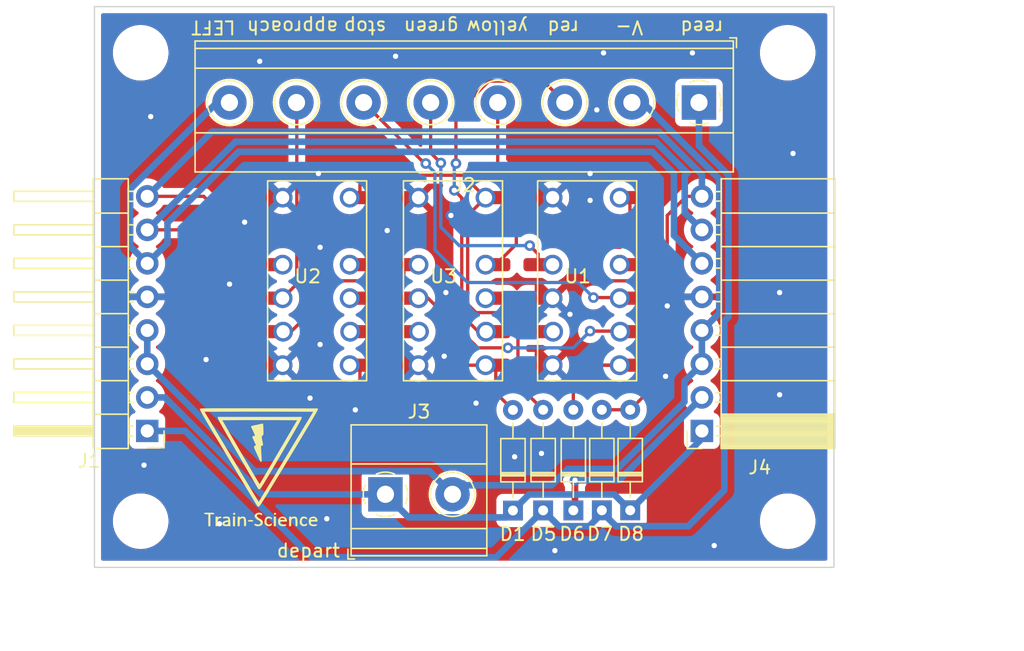
<source format=kicad_pcb>
(kicad_pcb (version 20211014) (generator pcbnew)
  (layers (0 "F.Cu" signal) (31 "B.Cu" signal) (34 "B.Paste" user) (35 "F.Paste" user) (36 "B.SilkS" user "B.Silkscreen") (37 "F.SilkS" user "F.Silkscreen") (38 "B.Mask" user) (39 "F.Mask" user) (44 "Edge.Cuts" user))
  (net 0 "")
  (net 1 "/downLine2")
  (net 2 "/downLine1")
  (net 3 "/upLine2")
  (net 4 "/V-")
  (net 5 "/V+")
  (net 6 "/leftTrack")
  (net 7 "/PWM_SLOW")
  (net 8 "/PWM_FAST")
  (net 9 "/approach")
  (net 10 "/stop")
  (net 11 "/greenSignal")
  (net 12 "/yellowSignal")
  (net 13 "/redSignal")
  (net 14 "/OFF")
  (net 18 "Net-(D1-Pad2)")
  (net 19 "Net-(D5-Pad2)")
  (net 20 "Net-(D6-Pad2)")
  (net 21 "Net-(D7-Pad2)")
  (net 22 "Net-(U1-Pad5)")
  (net 23 "Net-(U1-Pad8)")
  (footprint "TerminalBlock_Phoenix:TerminalBlock_Phoenix_MKDS-1,5-8-5.08_1x08_P5.08mm_Horizontal" (layer "F.Cu") (at 161.28 83.769 180)
    (fp_text reference "J2" (at 17.78 -6.26) (layer "F.SilkS"))
    (fp_text value "Screw_Terminal_01x08")
    (pad "1" thru_hole rect (at 0 0 180) (size 2.6 2.6) (drill 1.3) (layers *.Cu *.Mask) (net 2 "/downLine1"))
    (pad "2" thru_hole circle (at 5.08 0 180) (size 2.6 2.6) (drill 1.3) (layers *.Cu *.Mask) (net 4 "/V-"))
    (pad "3" thru_hole circle (at 10.16 0 180) (size 2.6 2.6) (drill 1.3) (layers *.Cu *.Mask) (net 13 "/redSignal"))
    (pad "4" thru_hole circle (at 15.24 0 180) (size 2.6 2.6) (drill 1.3) (layers *.Cu *.Mask) (net 12 "/yellowSignal"))
    (pad "5" thru_hole circle (at 20.32 0 180) (size 2.6 2.6) (drill 1.3) (layers *.Cu *.Mask) (net 11 "/greenSignal"))
    (pad "6" thru_hole circle (at 25.4 0 180) (size 2.6 2.6) (drill 1.3) (layers *.Cu *.Mask) (net 10 "/stop"))
    (pad "7" thru_hole circle (at 30.48 0 180) (size 2.6 2.6) (drill 1.3) (layers *.Cu *.Mask) (net 9 "/approach"))
    (pad "8" thru_hole circle (at 35.56 0 180) (size 2.6 2.6) (drill 1.3) (layers *.Cu *.Mask) (net 6 "/leftTrack"))
  )
  (footprint "custom_kicad_lib_sk:Train-Science logo small" (layer "F.Cu") (at 128.016 111.506)
    (fp_text reference "G***" hide)
    (fp_text value "LOGO" hide)
  )
  (footprint "Diode_THT:D_DO-34_SOD68_P7.62mm_Horizontal" (layer "F.Cu") (at 147.193 114.69 90)
    (fp_text reference "D1" (at -1.787 -0.024 180) (layer "F.SilkS"))
    (fp_text value "D")
    (pad "1" thru_hole rect (at 0 0 90) (size 1.5 1.5) (drill 0.75) (layers *.Cu *.Mask) (net 1 "/downLine2"))
    (pad "2" thru_hole oval (at 7.62 0 90) (size 1.5 1.5) (drill 0.75) (layers *.Cu *.Mask) (net 18 "Net-(D1-Pad2)"))
  )
  (footprint "custom_kicad_lib_sk:HDF3" (layer "F.Cu") (at 156.7122 96.057)
    (fp_text reference "U1" (at -4.62 0.89 unlocked) (layer "F.SilkS"))
    (fp_text value "HDF3")
    (pad "1" smd roundrect (at -7.62 -5.08 270) (size 1 2.21) (layers "F.Cu" "F.Paste" "F.Mask") (net 5 "/V+"))
    (pad "1" thru_hole circle (at -6.515 -5.08) (size 1.5 1.5) (drill 1) (layers *.Cu *.Mask) (net 5 "/V+"))
    (pad "3" thru_hole circle (at -6.515 0) (size 1.5 1.5) (drill 1) (layers *.Cu *.Mask) (net 11 "/greenSignal"))
    (pad "3" smd roundrect (at -7.62 0 270) (size 1 2.21) (layers "F.Cu" "F.Paste" "F.Mask") (net 11 "/greenSignal"))
    (pad "4" smd roundrect (at -7.62 2.54 270) (size 1 2.21) (layers "F.Cu" "F.Paste" "F.Mask") (net 5 "/V+"))
    (pad "4" thru_hole circle (at -6.515 2.54) (size 1.5 1.5) (drill 1) (layers *.Cu *.Mask) (net 5 "/V+"))
    (pad "5" smd roundrect (at -7.71 5.08 270) (size 1 2.21) (layers "F.Cu" "F.Paste" "F.Mask") (net 22 "Net-(U1-Pad5)"))
    (pad "5" thru_hole circle (at -6.477 5.08) (size 1.5 1.5) (drill 1) (layers *.Cu *.Mask) (net 22 "Net-(U1-Pad5)"))
    (pad "6" thru_hole circle (at -6.515 7.62) (size 1.5 1.5) (drill 1) (layers *.Cu *.Mask) (net 5 "/V+"))
    (pad "6" smd roundrect (at -7.62 7.62 270) (size 1 2.21) (layers "F.Cu" "F.Paste" "F.Mask") (net 5 "/V+"))
    (pad "7" thru_hole circle (at -1.435 7.62) (size 1.5 1.5) (drill 1) (layers *.Cu *.Mask) (net 20 "Net-(D6-Pad2)"))
    (pad "7" smd roundrect (at -0.6604 7.62 270) (size 1 2.21) (layers "F.Cu" "F.Paste" "F.Mask") (net 20 "Net-(D6-Pad2)"))
    (pad "8" smd roundrect (at -0.6604 5.08 270) (size 1 2.21) (layers "F.Cu" "F.Paste" "F.Mask") (net 23 "Net-(U1-Pad8)"))
    (pad "8" thru_hole circle (at -1.397 5.08) (size 1.5 1.5) (drill 1) (layers *.Cu *.Mask) (net 23 "Net-(U1-Pad8)"))
    (pad "9" thru_hole circle (at -1.435 2.54) (size 1.5 1.5) (drill 1) (layers *.Cu *.Mask) (net 10 "/stop"))
    (pad "9" smd roundrect (at -0.6604 2.54 270) (size 1 2.21) (layers "F.Cu" "F.Paste" "F.Mask") (net 10 "/stop"))
    (pad "10" thru_hole circle (at -1.435 0) (size 1.5 1.5) (drill 1) (layers *.Cu *.Mask) (net 8 "/PWM_FAST"))
    (pad "10" smd roundrect (at -0.6604 0 270) (size 1 2.21) (layers "F.Cu" "F.Paste" "F.Mask") (net 8 "/PWM_FAST"))
    (pad "12" smd roundrect (at -0.6604 -5.08 270) (size 1 2.21) (layers "F.Cu" "F.Paste" "F.Mask") (net 21 "Net-(D7-Pad2)"))
    (pad "12" thru_hole circle (at -1.435 -5.08) (size 1.5 1.5) (drill 1) (layers *.Cu *.Mask) (net 21 "Net-(D7-Pad2)"))
  )
  (footprint "Connector_PinHeader_2.54mm:PinHeader_1x08_P2.54mm_Horizontal" (layer "F.Cu") (at 119.5 108.66 180)
    (fp_text reference "J1" (at 4.385 -2.27) (layer "F.SilkS"))
    (fp_text value "Conn_01x08_Male")
    (pad "1" thru_hole rect (at 0 0 180) (size 1.7 1.7) (drill 1) (layers *.Cu *.Mask) (net 2 "/downLine1"))
    (pad "2" thru_hole oval (at 0 2.54 180) (size 1.7 1.7) (drill 1) (layers *.Cu *.Mask) (net 1 "/downLine2"))
    (pad "3" thru_hole oval (at 0 5.08 180) (size 1.7 1.7) (drill 1) (layers *.Cu *.Mask) (net 4 "/V-"))
    (pad "4" thru_hole oval (at 0 7.62 180) (size 1.7 1.7) (drill 1) (layers *.Cu *.Mask) (net 4 "/V-"))
    (pad "5" thru_hole oval (at 0 10.16 180) (size 1.7 1.7) (drill 1) (layers *.Cu *.Mask) (net 5 "/V+"))
    (pad "6" thru_hole oval (at 0 12.7 180) (size 1.7 1.7) (drill 1) (layers *.Cu *.Mask) (net 6 "/leftTrack"))
    (pad "7" thru_hole oval (at 0 15.24 180) (size 1.7 1.7) (drill 1) (layers *.Cu *.Mask) (net 7 "/PWM_SLOW"))
    (pad "8" thru_hole oval (at 0 17.78 180) (size 1.7 1.7) (drill 1) (layers *.Cu *.Mask) (net 8 "/PWM_FAST"))
  )
  (footprint "Diode_THT:D_DO-34_SOD68_P7.62mm_Horizontal" (layer "F.Cu") (at 149.479 114.681 90)
    (fp_text reference "D5" (at -1.787 0.024 180) (layer "F.SilkS"))
    (fp_text value "D")
    (pad "1" thru_hole rect (at 0 0 90) (size 1.5 1.5) (drill 0.75) (layers *.Cu *.Mask) (net 2 "/downLine1"))
    (pad "2" thru_hole oval (at 7.62 0 90) (size 1.5 1.5) (drill 0.75) (layers *.Cu *.Mask) (net 19 "Net-(D5-Pad2)"))
  )
  (footprint "Connector_PinSocket_2.54mm:PinSocket_1x08_P2.54mm_Horizontal" (layer "F.Cu") (at 161.5 108.66 180)
    (fp_text reference "J4" (at -4.38 -2.77) (layer "F.SilkS"))
    (fp_text value "Conn_01x08_Female")
    (pad "1" thru_hole rect (at 0 0 180) (size 1.7 1.7) (drill 1) (layers *.Cu *.Mask) (net 1 "/downLine2"))
    (pad "2" thru_hole oval (at 0 2.54 180) (size 1.7 1.7) (drill 1) (layers *.Cu *.Mask) (net 3 "/upLine2"))
    (pad "3" thru_hole oval (at 0 5.08 180) (size 1.7 1.7) (drill 1) (layers *.Cu *.Mask) (net 4 "/V-"))
    (pad "4" thru_hole oval (at 0 7.62 180) (size 1.7 1.7) (drill 1) (layers *.Cu *.Mask) (net 4 "/V-"))
    (pad "5" thru_hole oval (at 0 10.16 180) (size 1.7 1.7) (drill 1) (layers *.Cu *.Mask) (net 5 "/V+"))
    (pad "6" thru_hole oval (at 0 12.7 180) (size 1.7 1.7) (drill 1) (layers *.Cu *.Mask) (net 6 "/leftTrack"))
    (pad "7" thru_hole oval (at 0 15.24 180) (size 1.7 1.7) (drill 1) (layers *.Cu *.Mask) (net 7 "/PWM_SLOW"))
    (pad "8" thru_hole oval (at 0 17.78 180) (size 1.7 1.7) (drill 1) (layers *.Cu *.Mask) (net 8 "/PWM_FAST"))
  )
  (footprint "Diode_THT:D_DO-34_SOD68_P7.62mm_Horizontal" (layer "F.Cu") (at 151.765 114.681 90)
    (fp_text reference "D6" (at -1.787 -0.08 180) (layer "F.SilkS"))
    (fp_text value "D")
    (pad "1" thru_hole rect (at 0 0 90) (size 1.5 1.5) (drill 0.75) (layers *.Cu *.Mask) (net 3 "/upLine2"))
    (pad "2" thru_hole oval (at 7.62 0 90) (size 1.5 1.5) (drill 0.75) (layers *.Cu *.Mask) (net 20 "Net-(D6-Pad2)"))
  )
  (footprint "Diode_THT:D_DO-34_SOD68_P7.62mm_Horizontal" (layer "F.Cu") (at 153.924 114.676 90)
    (fp_text reference "D7" (at -1.787 -0.144 180) (layer "F.SilkS"))
    (fp_text value "D")
    (pad "1" thru_hole rect (at 0 0 90) (size 1.5 1.5) (drill 0.75) (layers *.Cu *.Mask) (net 2 "/downLine1"))
    (pad "2" thru_hole oval (at 7.62 0 90) (size 1.5 1.5) (drill 0.75) (layers *.Cu *.Mask) (net 21 "Net-(D7-Pad2)"))
  )
  (footprint "MountingHole:MountingHole_3.2mm_M3" (layer "F.Cu") (at 119 80)
    (fp_text reference "REF**" hide)
    (fp_text value "MountingHole_3.2mm_M3")
    (pad "" np_thru_hole circle (at 0 0) (size 3.2 3.2) (drill 3.2) (layers *.Cu *.Mask))
  )
  (footprint "Diode_THT:D_DO-34_SOD68_P7.62mm_Horizontal" (layer "F.Cu") (at 156.072 114.676 90)
    (fp_text reference "D8" (at -1.787 0.072 180) (layer "F.SilkS"))
    (fp_text value "D")
    (pad "1" thru_hole rect (at 0 0 90) (size 1.5 1.5) (drill 0.75) (layers *.Cu *.Mask) (net 1 "/downLine2"))
    (pad "2" thru_hole oval (at 7.62 0 90) (size 1.5 1.5) (drill 0.75) (layers *.Cu *.Mask) (net 21 "Net-(D7-Pad2)"))
  )
  (footprint "TerminalBlock_Phoenix:TerminalBlock_Phoenix_MKDS-1,5-2-5.08_1x02_P5.08mm_Horizontal" (layer "F.Cu") (at 137.536 113.462)
    (fp_text reference "J3" (at 2.54 -6.26) (layer "F.SilkS"))
    (fp_text value "Screw_Terminal_01x02")
    (pad "1" thru_hole rect (at 0 0) (size 2.6 2.6) (drill 1.3) (layers *.Cu *.Mask) (net 1 "/downLine2"))
    (pad "2" thru_hole circle (at 5.08 0) (size 2.6 2.6) (drill 1.3) (layers *.Cu *.Mask) (net 4 "/V-"))
  )
  (footprint "MountingHole:MountingHole_3.2mm_M3" (layer "F.Cu") (at 119 115.5)
    (fp_text reference "REF**" hide)
    (fp_text value "MountingHole_3.2mm_M3")
    (pad "" np_thru_hole circle (at 0 0) (size 3.2 3.2) (drill 3.2) (layers *.Cu *.Mask))
  )
  (footprint "custom_kicad_lib_sk:HDF3" (layer "F.Cu") (at 146.5522 96.057)
    (fp_text reference "U3" (at -4.62 0.89 unlocked) (layer "F.SilkS"))
    (fp_text value "HDF3")
    (pad "1" smd roundrect (at -7.62 -5.08 270) (size 1 2.21) (layers "F.Cu" "F.Paste" "F.Mask") (net 5 "/V+"))
    (pad "1" thru_hole circle (at -6.515 -5.08) (size 1.5 1.5) (drill 1) (layers *.Cu *.Mask) (net 5 "/V+"))
    (pad "3" thru_hole circle (at -6.515 0) (size 1.5 1.5) (drill 1) (layers *.Cu *.Mask) (net 7 "/PWM_SLOW"))
    (pad "3" smd roundrect (at -7.62 0 270) (size 1 2.21) (layers "F.Cu" "F.Paste" "F.Mask") (net 7 "/PWM_SLOW"))
    (pad "4" thru_hole circle (at -6.515 2.54) (size 1.5 1.5) (drill 1) (layers *.Cu *.Mask) (net 23 "Net-(U1-Pad8)"))
    (pad "4" smd roundrect (at -7.62 2.54 270) (size 1 2.21) (layers "F.Cu" "F.Paste" "F.Mask") (net 23 "Net-(U1-Pad8)"))
    (pad "5" smd roundrect (at -7.71 5.08 270) (size 1 2.21) (layers "F.Cu" "F.Paste" "F.Mask") (net 14 "/OFF"))
    (pad "5" thru_hole circle (at -6.477 5.08) (size 1.5 1.5) (drill 1) (layers *.Cu *.Mask) (net 14 "/OFF"))
    (pad "6" smd roundrect (at -7.62 7.62 270) (size 1 2.21) (layers "F.Cu" "F.Paste" "F.Mask") (net 5 "/V+"))
    (pad "6" thru_hole circle (at -6.515 7.62) (size 1.5 1.5) (drill 1) (layers *.Cu *.Mask) (net 5 "/V+"))
    (pad "7" thru_hole circle (at -1.435 7.62) (size 1.5 1.5) (drill 1) (layers *.Cu *.Mask) (net 18 "Net-(D1-Pad2)"))
    (pad "7" smd roundrect (at -0.6604 7.62 270) (size 1 2.21) (layers "F.Cu" "F.Paste" "F.Mask") (net 18 "Net-(D1-Pad2)"))
    (pad "8" smd roundrect (at -0.6604 5.08 270) (size 1 2.21) (layers "F.Cu" "F.Paste" "F.Mask") (net 13 "/redSignal"))
    (pad "8" thru_hole circle (at -1.397 5.08) (size 1.5 1.5) (drill 1) (layers *.Cu *.Mask) (net 13 "/redSignal"))
    (pad "9" smd roundrect (at -0.6604 2.54 270) (size 1 2.21) (layers "F.Cu" "F.Paste" "F.Mask") (net 22 "Net-(U1-Pad5)"))
    (pad "9" thru_hole circle (at -1.435 2.54) (size 1.5 1.5) (drill 1) (layers *.Cu *.Mask) (net 22 "Net-(U1-Pad5)"))
    (pad "10" thru_hole circle (at -1.435 0) (size 1.5 1.5) (drill 1) (layers *.Cu *.Mask) (net 12 "/yellowSignal"))
    (pad "10" smd roundrect (at -0.6604 0 270) (size 1 2.21) (layers "F.Cu" "F.Paste" "F.Mask") (net 12 "/yellowSignal"))
    (pad "12" thru_hole circle (at -1.435 -5.08) (size 1.5 1.5) (drill 1) (layers *.Cu *.Mask) (net 19 "Net-(D5-Pad2)"))
    (pad "12" smd roundrect (at -0.6604 -5.08 270) (size 1 2.21) (layers "F.Cu" "F.Paste" "F.Mask") (net 19 "Net-(D5-Pad2)"))
  )
  (footprint "custom_kicad_lib_sk:HDF3" (layer "F.Cu") (at 136.2652 96.057)
    (fp_text reference "U2" (at -4.62 0.89 unlocked) (layer "F.SilkS"))
    (fp_text value "HDF3")
    (pad "1" thru_hole circle (at -6.515 -5.08) (size 1.5 1.5) (drill 1) (layers *.Cu *.Mask) (net 5 "/V+"))
    (pad "1" smd roundrect (at -7.62 -5.08 270) (size 1 2.21) (layers "F.Cu" "F.Paste" "F.Mask") (net 5 "/V+"))
    (pad "3" thru_hole circle (at -6.515 0) (size 1.5 1.5) (drill 1) (layers *.Cu *.Mask) (net 8 "/PWM_FAST"))
    (pad "3" smd roundrect (at -7.62 0 270) (size 1 2.21) (layers "F.Cu" "F.Paste" "F.Mask") (net 8 "/PWM_FAST"))
    (pad "4" thru_hole circle (at -6.515 2.54) (size 1.5 1.5) (drill 1) (layers *.Cu *.Mask) (net 9 "/approach"))
    (pad "4" smd roundrect (at -7.62 2.54 270) (size 1 2.21) (layers "F.Cu" "F.Paste" "F.Mask") (net 9 "/approach"))
    (pad "5" smd roundrect (at -7.71 5.08 270) (size 1 2.21) (layers "F.Cu" "F.Paste" "F.Mask") (net 7 "/PWM_SLOW"))
    (pad "5" thru_hole circle (at -6.477 5.08) (size 1.5 1.5) (drill 1) (layers *.Cu *.Mask) (net 7 "/PWM_SLOW"))
    (pad "6" smd roundrect (at -7.62 7.62 270) (size 1 2.21) (layers "F.Cu" "F.Paste" "F.Mask") (net 5 "/V+"))
    (pad "6" thru_hole circle (at -6.515 7.62) (size 1.5 1.5) (drill 1) (layers *.Cu *.Mask) (net 5 "/V+"))
    (pad "7" thru_hole circle (at -1.435 7.62) (size 1.5 1.5) (drill 1) (layers *.Cu *.Mask) (net 18 "Net-(D1-Pad2)"))
    (pad "7" smd roundrect (at -0.6604 7.62 270) (size 1 2.21) (layers "F.Cu" "F.Paste" "F.Mask") (net 18 "Net-(D1-Pad2)"))
    (pad "8" thru_hole circle (at -1.397 5.08) (size 1.5 1.5) (drill 1) (layers *.Cu *.Mask))
    (pad "8" smd roundrect (at -0.6604 5.08 270) (size 1 2.21) (layers "F.Cu" "F.Paste" "F.Mask"))
    (pad "9" thru_hole circle (at -1.435 2.54) (size 1.5 1.5) (drill 1) (layers *.Cu *.Mask))
    (pad "9" smd roundrect (at -0.6604 2.54 270) (size 1 2.21) (layers "F.Cu" "F.Paste" "F.Mask"))
    (pad "10" smd roundrect (at -0.6604 0 270) (size 1 2.21) (layers "F.Cu" "F.Paste" "F.Mask"))
    (pad "10" thru_hole circle (at -1.435 0) (size 1.5 1.5) (drill 1) (layers *.Cu *.Mask))
    (pad "12" thru_hole circle (at -1.435 -5.08) (size 1.5 1.5) (drill 1) (layers *.Cu *.Mask) (net 19 "Net-(D5-Pad2)"))
    (pad "12" smd roundrect (at -0.6604 -5.08 270) (size 1 2.21) (layers "F.Cu" "F.Paste" "F.Mask") (net 19 "Net-(D5-Pad2)"))
  )
  (footprint "MountingHole:MountingHole_3.2mm_M3" (layer "F.Cu") (at 168 115.5)
    (fp_text reference "REF**" hide)
    (fp_text value "MountingHole_3.2mm_M3")
    (pad "" np_thru_hole circle (at 0 0) (size 3.2 3.2) (drill 3.2) (layers *.Cu *.Mask))
  )
  (footprint "MountingHole:MountingHole_3.2mm_M3" (layer "F.Cu") (at 168 80)
    (fp_text reference "REF**" hide)
    (fp_text value "MountingHole_3.2mm_M3")
    (pad "" np_thru_hole circle (at 0 0) (size 3.2 3.2) (drill 3.2) (layers *.Cu *.Mask))
  )
  (gr_rect (start 115.5 76.5) (end 171.5 119) (layer "Edge.Cuts") (width 0.1) (fill none))
  (gr_text "red" (at 151 78.074 180) (layer "F.SilkS") (effects (font (size 1 1))))
  (gr_text "yellow" (at 146 78.074 180) (layer "F.SilkS") (effects (font (size 1 1))))
  (gr_text "V-" (at 156 78.074 180) (layer "F.SilkS") (effects (font (size 1 1))))
  (gr_text "approach" (at 130.5 78.074 180) (layer "F.SilkS") (effects (font (size 1 1))))
  (gr_text "green" (at 141 78.074 180) (layer "F.SilkS") (effects (font (size 1 1))))
  (gr_text "depart" (at 131.699 117.729) (layer "F.SilkS") (effects (font (size 1 1))))
  (gr_text "stop" (at 136 78.074 180) (layer "F.SilkS") (effects (font (size 1 1))))
  (gr_text "LEFT" (at 124.5 78.074 180) (layer "F.SilkS") (effects (font (size 1 1))))
  (gr_text "reed" (at 161.5 78.074 180) (layer "F.SilkS") (effects (font (size 1 1))))
  (segment (start 146.671489 115.211511) (end 147.193 114.69) (width 0.5) (layer "B.Cu") (net 1))
  (segment (start 148.406511 113.476489) (end 154.872489 113.476489) (width 0.5) (layer "B.Cu") (net 1))
  (segment (start 137.536 113.462) (end 139.285511 115.211511) (width 0.5) (layer "B.Cu") (net 1))
  (segment (start 147.193 114.69) (end 148.406511 113.476489) (width 0.5) (layer "B.Cu") (net 1))
  (segment (start 119.5 106.12) (end 120.852 106.12) (width 0.5) (layer "B.Cu") (net 1))
  (segment (start 120.852 106.12) (end 120.852 106.14673) (width 0.5) (layer "B.Cu") (net 1))
  (segment (start 128.16727 113.462) (end 137.536 113.462) (width 0.5) (layer "B.Cu") (net 1))
  (segment (start 139.285511 115.211511) (end 146.671489 115.211511) (width 0.5) (layer "B.Cu") (net 1))
  (segment (start 161.5 109.248) (end 161.5 108.66) (width 0.5) (layer "B.Cu") (net 1))
  (segment (start 154.872489 113.476489) (end 156.072 114.676) (width 0.5) (layer "B.Cu") (net 1))
  (segment (start 120.852 106.14673) (end 128.16727 113.462) (width 0.5) (layer "B.Cu") (net 1))
  (segment (start 156.072 114.676) (end 161.5 109.248) (width 0.5) (layer "B.Cu") (net 1))
  (segment (start 131.953 118.237) (end 145.923 118.237) (width 0.5) (layer "B.Cu") (net 2))
  (segment (start 163.195 100.33427) (end 163.195 113.157) (width 0.5) (layer "B.Cu") (net 2))
  (segment (start 160.476489 115.875511) (end 154.996511 115.875511) (width 0.5) (layer "B.Cu") (net 2))
  (segment (start 122.376 108.66) (end 131.953 118.237) (width 0.5) (layer "B.Cu") (net 2))
  (segment (start 153.797 115.048022) (end 153.797 114.676) (width 0.5) (layer "B.Cu") (net 2))
  (segment (start 149.479 114.681) (end 150.678511 115.880511) (width 0.5) (layer "B.Cu") (net 2))
  (segment (start 152.964511 115.880511) (end 153.797 115.048022) (width 0.5) (layer "B.Cu") (net 2))
  (segment (start 150.678511 115.880511) (end 152.964511 115.880511) (width 0.5) (layer "B.Cu") (net 2))
  (segment (start 163.195 113.157) (end 160.476489 115.875511) (width 0.5) (layer "B.Cu") (net 2))
  (segment (start 119.5 108.66) (end 122.376 108.66) (width 0.5) (layer "B.Cu") (net 2))
  (segment (start 163.51352 89.27198) (end 163.51352 100.01575) (width 0.5) (layer "B.Cu") (net 2))
  (segment (start 161.28 87.03846) (end 163.51352 89.27198) (width 0.5) (layer "B.Cu") (net 2))
  (segment (start 145.923 118.237) (end 149.479 114.681) (width 0.5) (layer "B.Cu") (net 2))
  (segment (start 154.996511 115.875511) (end 153.797 114.676) (width 0.5) (layer "B.Cu") (net 2))
  (segment (start 161.28 83.769) (end 161.28 87.03846) (width 0.5) (layer "B.Cu") (net 2))
  (segment (start 163.51352 100.01575) (end 163.195 100.33427) (width 0.5) (layer "B.Cu") (net 2))
  (segment (start 151.892 112.395) (end 151.892 114.554) (width 0.5) (layer "F.Cu") (net 3))
  (segment (start 151.892 114.554) (end 151.765 114.681) (width 0.5) (layer "F.Cu") (net 3))
  (via (at 151.892 112.395) (size 0.8) (drill 0.4) (layers "F.Cu" "B.Cu") (net 3))
  (segment (start 161.5 106.12) (end 155.225 112.395) (width 0.5) (layer "B.Cu") (net 3))
  (segment (start 155.225 112.395) (end 151.892 112.395) (width 0.5) (layer "B.Cu") (net 3))
  (segment (start 156.2 83.769) (end 157.02127 83.769) (width 0.5) (layer "B.Cu") (net 4))
  (segment (start 127.68 111.76) (end 127.727511 111.712489) (width 0.5) (layer "B.Cu") (net 4))
  (segment (start 119.5 103.58) (end 127.68 111.76) (width 0.5) (layer "B.Cu") (net 4))
  (segment (start 161.5 103.58) (end 161.5 101.04) (width 0.5) (layer "B.Cu") (net 4))
  (segment (start 151.344511 111.545489) (end 155.085241 111.545489) (width 0.5) (layer "B.Cu") (net 4))
  (segment (start 160.175865 104.904135) (end 161.5 103.58) (width 0.5) (layer "B.Cu") (net 4))
  (segment (start 160.175865 106.454865) (end 160.175865 104.904135) (width 0.5) (layer "B.Cu") (net 4))
  (segment (start 140.866489 111.712489) (end 142.616 113.462) (width 0.5) (layer "B.Cu") (net 4))
  (segment (start 143.556969 112.776969) (end 150.113031 112.776969) (width 0.5) (layer "B.Cu") (net 4))
  (segment (start 155.085241 111.545489) (end 160.175865 106.454865) (width 0.5) (layer "B.Cu") (net 4))
  (segment (start 119.5 101.04) (end 119.5 103.58) (width 0.5) (layer "B.Cu") (net 4))
  (segment (start 142.616 113.462) (end 143.429 112.649) (width 0.5) (layer "B.Cu") (net 4))
  (segment (start 157.02127 83.769) (end 162.814 89.56173) (width 0.5) (layer "B.Cu") (net 4))
  (segment (start 127.727511 111.712489) (end 140.866489 111.712489) (width 0.5) (layer "B.Cu") (net 4))
  (segment (start 162.814 99.726) (end 161.5 101.04) (width 0.5) (layer "B.Cu") (net 4))
  (segment (start 143.429 112.649) (end 143.556969 112.776969) (width 0.5) (layer "B.Cu") (net 4))
  (segment (start 150.113031 112.776969) (end 151.344511 111.545489) (width 0.5) (layer "B.Cu") (net 4))
  (segment (start 162.814 89.56173) (end 162.814 99.726) (width 0.5) (layer "B.Cu") (net 4))
  (via (at 149.352 110.363) (size 0.8) (drill 0.4) (layers "F.Cu" "B.Cu") (net 5))
  (via (at 126.873 92.837) (size 0.8) (drill 0.4) (layers "F.Cu" "B.Cu") (net 5))
  (via (at 158.75 104.521) (size 0.8) (drill 0.4) (layers "F.Cu" "B.Cu") (net 5))
  (via (at 123.952 103.251) (size 0.8) (drill 0.4) (layers "F.Cu" "B.Cu") (net 5))
  (via (at 138.303 80.264) (size 0.8) (drill 0.4) (layers "F.Cu" "B.Cu") (net 5))
  (via (at 142.494 92.329) (size 0.8) (drill 0.4) (layers "F.Cu" "B.Cu") (net 5))
  (via (at 119.253 111.252) (size 0.8) (drill 0.4) (layers "F.Cu" "B.Cu") (net 5))
  (via (at 150.368 117.729) (size 0.8) (drill 0.4) (layers "F.Cu" "B.Cu") (net 5))
  (via (at 141.986 102.997) (size 0.8) (drill 0.4) (layers "F.Cu" "B.Cu") (net 5))
  (via (at 167.386 105.918) (size 0.8) (drill 0.4) (layers "F.Cu" "B.Cu") (net 5))
  (via (at 125.73 97.536) (size 0.8) (drill 0.4) (layers "F.Cu" "B.Cu") (net 5))
  (via (at 160.782 80.01) (size 0.8) (drill 0.4) (layers "F.Cu" "B.Cu") (net 5))
  (via (at 153.543 84.328) (size 0.8) (drill 0.4) (layers "F.Cu" "B.Cu") (net 5))
  (via (at 135.255 107.061) (size 0.8) (drill 0.4) (layers "F.Cu" "B.Cu") (net 5))
  (via (at 132.588 94.742) (size 0.8) (drill 0.4) (layers "F.Cu" "B.Cu") (net 5))
  (via (at 168.402 87.63) (size 0.8) (drill 0.4) (layers "F.Cu" "B.Cu") (net 5))
  (via (at 142.113 98.171) (size 0.8) (drill 0.4) (layers "F.Cu" "B.Cu") (net 5))
  (via (at 137.668 93.472) (size 0.8) (drill 0.4) (layers "F.Cu" "B.Cu") (net 5))
  (via (at 128.016 80.645) (size 0.8) (drill 0.4) (layers "F.Cu" "B.Cu") (net 5))
  (via (at 158.877 99.187) (size 0.8) (drill 0.4) (layers "F.Cu" "B.Cu") (net 5))
  (via (at 154.051 80.01) (size 0.8) (drill 0.4) (layers "F.Cu" "B.Cu") (net 5))
  (via (at 151.511 99.822) (size 0.8) (drill 0.4) (layers "F.Cu" "B.Cu") (net 5))
  (via (at 132.461 89.154) (size 0.8) (drill 0.4) (layers "F.Cu" "B.Cu") (net 5))
  (via (at 144.399 106.553) (size 0.8) (drill 0.4) (layers "F.Cu" "B.Cu") (net 5))
  (via (at 153.035 89.154) (size 0.8) (drill 0.4) (layers "F.Cu" "B.Cu") (net 5))
  (via (at 132.588 102.108) (size 0.8) (drill 0.4) (layers "F.Cu" "B.Cu") (net 5))
  (via (at 133.096 115.316) (size 0.8) (drill 0.4) (layers "F.Cu" "B.Cu") (net 5))
  (via (at 124.968 115.697) (size 0.8) (drill 0.4) (layers "F.Cu" "B.Cu") (net 5))
  (via (at 147.32 110.617) (size 0.8) (drill 0.4) (layers "F.Cu" "B.Cu") (net 5))
  (via (at 153.035 91.186) (size 0.8) (drill 0.4) (layers "F.Cu" "B.Cu") (net 5))
  (via (at 167.386 98.171) (size 0.8) (drill 0.4) (layers "F.Cu" "B.Cu") (net 5))
  (via (at 119.761 84.836) (size 0.8) (drill 0.4) (layers "F.Cu" "B.Cu") (net 5))
  (via (at 131.826 106.172) (size 0.8) (drill 0.4) (layers "F.Cu" "B.Cu") (net 5))
  (via (at 162.433 117.348) (size 0.8) (drill 0.4) (layers "F.Cu" "B.Cu") (net 5))
  (segment (start 118.200489 90.341724) (end 124.773213 83.769) (width 0.5) (layer "B.Cu") (net 6))
  (segment (start 157.734 87.503) (end 159.385 89.154) (width 0.5) (layer "B.Cu") (net 6))
  (segment (start 124.773213 83.769) (end 125.72 83.769) (width 0.5) (layer "B.Cu") (net 6))
  (segment (start 119.5 95.96) (end 121.031 94.429) (width 0.5) (layer "B.Cu") (net 6))
  (segment (start 159.385 93.845) (end 161.5 95.96) (width 0.5) (layer "B.Cu") (net 6))
  (segment (start 126.40627 87.503) (end 157.734 87.503) (width 0.5) (layer "B.Cu") (net 6))
  (segment (start 159.385 89.154) (end 159.385 93.845) (width 0.5) (layer "B.Cu") (net 6))
  (segment (start 118.200489 94.660489) (end 118.200489 90.341724) (width 0.5) (layer "B.Cu") (net 6))
  (segment (start 119.5 95.96) (end 118.200489 94.660489) (width 0.5) (layer "B.Cu") (net 6))
  (segment (start 121.031 92.87827) (end 126.40627 87.503) (width 0.5) (layer "B.Cu") (net 6))
  (segment (start 121.031 94.429) (end 121.031 92.87827) (width 0.5) (layer "B.Cu") (net 6))
  (segment (start 123.444 97.917) (end 123.444 94.742) (width 0.25) (layer "F.Cu") (net 7))
  (segment (start 128.5552 101.137) (end 126.664 101.137) (width 0.25) (layer "F.Cu") (net 7))
  (segment (start 138.9322 96.7798) (end 138.9322 96.057) (width 0.25) (layer "F.Cu") (net 7))
  (segment (start 122.122 93.42) (end 119.5 93.42) (width 0.25) (layer "F.Cu") (net 7))
  (segment (start 133.731 97.282) (end 138.43 97.282) (width 0.25) (layer "F.Cu") (net 7))
  (segment (start 132.334 99.187) (end 132.334 98.679) (width 0.25) (layer "F.Cu") (net 7))
  (segment (start 128.5552 101.137) (end 130.384 101.137) (width 0.25) (layer "F.Cu") (net 7))
  (segment (start 123.444 94.742) (end 122.122 93.42) (width 0.25) (layer "F.Cu") (net 7))
  (segment (start 132.334 98.679) (end 133.731 97.282) (width 0.25) (layer "F.Cu") (net 7))
  (segment (start 138.43 97.282) (end 138.9322 96.7798) (width 0.25) (layer "F.Cu") (net 7))
  (segment (start 126.664 101.137) (end 123.444 97.917) (width 0.25) (layer "F.Cu") (net 7))
  (segment (start 130.384 101.137) (end 132.334 99.187) (width 0.25) (layer "F.Cu") (net 7))
  (segment (start 158.01473 86.741) (end 160.401 89.12727) (width 0.5) (layer "B.Cu") (net 7))
  (segment (start 119.5 93.42) (end 126.179 86.741) (width 0.5) (layer "B.Cu") (net 7))
  (segment (start 126.179 86.741) (end 158.01473 86.741) (width 0.5) (layer "B.Cu") (net 7))
  (segment (start 160.401 89.12727) (end 160.200489 89.327781) (width 0.5) (layer "B.Cu") (net 7))
  (segment (start 160.200489 92.120489) (end 161.5 93.42) (width 0.5) (layer "B.Cu") (net 7))
  (segment (start 160.200489 89.327781) (end 160.200489 92.120489) (width 0.5) (layer "B.Cu") (net 7))
  (segment (start 158.877 92.329) (end 160.326 90.88) (width 0.25) (layer "F.Cu") (net 8))
  (segment (start 158.07 96.057) (end 158.877 95.25) (width 0.25) (layer "F.Cu") (net 8))
  (segment (start 124.714 91.821) (end 123.773 90.88) (width 0.25) (layer "F.Cu") (net 8))
  (segment (start 158.877 95.25) (end 158.877 92.329) (width 0.25) (layer "F.Cu") (net 8))
  (segment (start 123.773 90.88) (end 119.5 90.88) (width 0.25) (layer "F.Cu") (net 8))
  (segment (start 128.6452 96.057) (end 127.172 96.057) (width 0.25) (layer "F.Cu") (net 8))
  (segment (start 127.172 96.057) (end 124.714 93.599) (width 0.25) (layer "F.Cu") (net 8))
  (segment (start 156.0518 96.057) (end 158.07 96.057) (width 0.25) (layer "F.Cu") (net 8))
  (segment (start 124.714 93.599) (end 124.714 91.821) (width 0.25) (layer "F.Cu") (net 8))
  (segment (start 160.326 90.88) (end 161.5 90.88) (width 0.25) (layer "F.Cu") (net 8))
  (segment (start 161.5 90.88) (end 161.5 89.237) (width 0.5) (layer "B.Cu") (net 8))
  (segment (start 158.242 85.979) (end 124.401 85.979) (width 0.5) (layer "B.Cu") (net 8))
  (segment (start 161.5 89.237) (end 158.242 85.979) (width 0.5) (layer "B.Cu") (net 8))
  (segment (start 124.401 85.979) (end 119.5 90.88) (width 0.5) (layer "B.Cu") (net 8))
  (segment (start 130.824711 83.793711) (end 130.8 83.769) (width 0.25) (layer "F.Cu") (net 9))
  (segment (start 129.7502 98.597) (end 130.824711 97.522489) (width 0.25) (layer "F.Cu") (net 9))
  (segment (start 130.824711 97.522489) (end 130.824711 83.793711) (width 0.25) (layer "F.Cu") (net 9))
  (segment (start 140.503 88.392) (end 140.589 88.392) (width 0.25) (layer "F.Cu") (net 10))
  (segment (start 153.289 98.552) (end 156.0068 98.552) (width 0.25) (layer "F.Cu") (net 10))
  (segment (start 135.88 83.769) (end 140.503 88.392) (width 0.25) (layer "F.Cu") (net 10))
  (segment (start 156.0068 98.552) (end 156.0518 98.597) (width 0.25) (layer "F.Cu") (net 10))
  (via (at 153.289 98.552) (size 0.8) (drill 0.4) (layers "F.Cu" "B.Cu") (net 10))
  (via (at 140.589 88.392) (size 0.8) (drill 0.4) (layers "F.Cu" "B.Cu") (net 10))
  (segment (start 141.28248 89.08548) (end 141.28248 94.93752) (width 0.25) (layer "B.Cu") (net 10))
  (segment (start 152.019 97.409) (end 152.146 97.409) (width 0.25) (layer "B.Cu") (net 10))
  (segment (start 143.62696 97.282) (end 143.75396 97.409) (width 0.25) (layer "B.Cu") (net 10))
  (segment (start 143.75396 97.409) (end 152.019 97.409) (width 0.25) (layer "B.Cu") (net 10))
  (segment (start 143.49996 97.155) (end 143.62696 97.282) (width 0.25) (layer "B.Cu") (net 10))
  (segment (start 141.28248 94.93752) (end 143.49996 97.155) (width 0.25) (layer "B.Cu") (net 10))
  (segment (start 152.146 97.409) (end 153.289 98.552) (width 0.25) (layer "B.Cu") (net 10))
  (segment (start 140.589 88.392) (end 141.28248 89.08548) (width 0.25) (layer "B.Cu") (net 10))
  (segment (start 149.0922 95.2442) (end 148.463 94.615) (width 0.25) (layer "F.Cu") (net 11))
  (segment (start 149.0922 96.057) (end 149.0922 95.2442) (width 0.25) (layer "F.Cu") (net 11))
  (segment (start 141.732 88.3525) (end 140.96 87.5805) (width 0.25) (layer "F.Cu") (net 11))
  (segment (start 140.96 87.5805) (end 140.96 83.769) (width 0.25) (layer "F.Cu") (net 11))
  (via (at 148.463 94.615) (size 0.8) (drill 0.4) (layers "F.Cu" "B.Cu") (net 11))
  (via (at 141.732 88.3525) (size 0.8) (drill 0.4) (layers "F.Cu" "B.Cu") (net 11))
  (segment (start 141.732 93.218) (end 141.732 90.424) (width 0.25) (layer "B.Cu") (net 11))
  (segment (start 143.129 94.615) (end 141.859 93.345) (width 0.25) (layer "B.Cu") (net 11))
  (segment (start 141.732 90.424) (end 141.732 88.3525) (width 0.25) (layer "B.Cu") (net 11))
  (segment (start 148.463 94.615) (end 143.129 94.615) (width 0.25) (layer "B.Cu") (net 11))
  (segment (start 141.859 93.345) (end 141.732 93.218) (width 0.25) (layer "B.Cu") (net 11))
  (segment (start 147.447 89.789) (end 147.447 94.5018) (width 0.25) (layer "F.Cu") (net 12))
  (segment (start 146.04 83.769) (end 146.04 88.382) (width 0.25) (layer "F.Cu") (net 12))
  (segment (start 147.447 94.5018) (end 145.8918 96.057) (width 0.25) (layer "F.Cu") (net 12))
  (segment (start 146.04 88.382) (end 147.447 89.789) (width 0.25) (layer "F.Cu") (net 12))
  (segment (start 142.875 88.392) (end 142.875 84.636593) (width 0.25) (layer "F.Cu") (net 13))
  (segment (start 143.31448 90.99048) (end 142.748 90.424) (width 0.25) (layer "F.Cu") (net 13))
  (segment (start 145.367104 82.144489) (end 149.495489 82.144489) (width 0.25) (layer "F.Cu") (net 13))
  (segment (start 145.8918 101.137) (end 144.571 101.137) (width 0.25) (layer "F.Cu") (net 13))
  (segment (start 143.31448 99.88048) (end 143.31448 90.99048) (width 0.25) (layer "F.Cu") (net 13))
  (segment (start 144.571 101.137) (end 143.31448 99.88048) (width 0.25) (layer "F.Cu") (net 13))
  (segment (start 149.495489 82.144489) (end 151.12 83.769) (width 0.25) (layer "F.Cu") (net 13))
  (segment (start 142.875 84.636593) (end 145.367104 82.144489) (width 0.25) (layer "F.Cu") (net 13))
  (via (at 142.875 88.392) (size 0.8) (drill 0.4) (layers "F.Cu" "B.Cu") (net 13))
  (via (at 142.748 90.424) (size 0.8) (drill 0.4) (layers "F.Cu" "B.Cu") (net 13))
  (segment (start 142.748 90.424) (end 142.748 88.519) (width 0.25) (layer "B.Cu") (net 13))
  (segment (start 142.748 88.519) (end 142.875 88.392) (width 0.25) (layer "B.Cu") (net 13))
  (segment (start 140.716 105.664) (end 136.144 105.664) (width 0.25) (layer "F.Cu") (net 18))
  (segment (start 135.6048 105.1248) (end 135.6048 103.677) (width 0.25) (layer "F.Cu") (net 18))
  (segment (start 136.144 105.664) (end 135.6048 105.1248) (width 0.25) (layer "F.Cu") (net 18))
  (segment (start 147.193 107.07) (end 145.8918 105.7688) (width 0.25) (layer "F.Cu") (net 18))
  (segment (start 143.211 103.677) (end 141.224 105.664) (width 0.25) (layer "F.Cu") (net 18))
  (segment (start 141.224 105.664) (end 140.716 105.664) (width 0.25) (layer "F.Cu") (net 18))
  (segment (start 145.8918 105.7688) (end 145.8918 103.677) (width 0.25) (layer "F.Cu") (net 18))
  (segment (start 145.1172 103.677) (end 143.211 103.677) (width 0.25) (layer "F.Cu") (net 18))
  (segment (start 145.8918 103.677) (end 144.354 103.677) (width 0.25) (layer "F.Cu") (net 18))
  (segment (start 145.1172 90.977) (end 143.4212 89.281) (width 0.25) (layer "F.Cu") (net 19))
  (segment (start 135.6048 89.8202) (end 136.144 89.281) (width 0.25) (layer "F.Cu") (net 19))
  (segment (start 149.479 107.061) (end 147.57268 105.15468) (width 0.25) (layer "F.Cu") (net 19))
  (segment (start 143.764 92.3302) (end 143.764 92.71) (width 0.25) (layer "F.Cu") (net 19))
  (segment (start 145.1172 90.977) (end 143.764 92.3302) (width 0.25) (layer "F.Cu") (net 19))
  (segment (start 136.144 89.281) (end 142.875 89.281) (width 0.25) (layer "F.Cu") (net 19))
  (segment (start 147.57268 105.15468) (end 147.57268 100.32868) (width 0.25) (layer "F.Cu") (net 19))
  (segment (start 135.6048 90.977) (end 135.6048 89.8202) (width 0.25) (layer "F.Cu") (net 19))
  (segment (start 147.57268 100.32868) (end 146.939 99.695) (width 0.25) (layer "F.Cu") (net 19))
  (segment (start 143.764 99.06) (end 143.764 92.71) (width 0.25) (layer "F.Cu") (net 19))
  (segment (start 144.399 99.695) (end 143.764 99.06) (width 0.25) (layer "F.Cu") (net 19))
  (segment (start 146.939 99.695) (end 144.399 99.695) (width 0.25) (layer "F.Cu") (net 19))
  (segment (start 143.4212 89.281) (end 142.875 89.281) (width 0.25) (layer "F.Cu") (net 19))
  (segment (start 151.765 105.791) (end 151.765 107.061) (width 0.25) (layer "F.Cu") (net 20))
  (segment (start 154.641 103.677) (end 153.879 103.677) (width 0.25) (layer "F.Cu") (net 20))
  (segment (start 153.879 103.677) (end 151.765 105.791) (width 0.25) (layer "F.Cu") (net 20))
  (segment (start 156.0518 103.677) (end 154.641 103.677) (width 0.25) (layer "F.Cu") (net 20))
  (segment (start 154.006 103.677) (end 154.641 103.677) (width 0.25) (layer "F.Cu") (net 20))
  (segment (start 157.48132 105.64668) (end 157.48132 97.41032) (width 0.25) (layer "F.Cu") (net 21))
  (segment (start 154.305 97.282) (end 153.797 96.774) (width 0.25) (layer "F.Cu") (net 21))
  (segment (start 154.305 94.742) (end 155.321 94.742) (width 0.25) (layer "F.Cu") (net 21))
  (segment (start 153.797 96.774) (end 153.797 95.25) (width 0.25) (layer "F.Cu") (net 21))
  (segment (start 153.797 107.056) (end 156.072 107.056) (width 0.25) (layer "F.Cu") (net 21))
  (segment (start 156.072 107.056) (end 157.48132 105.64668) (width 0.25) (layer "F.Cu") (net 21))
  (segment (start 156.0518 94.0112) (end 156.0518 90.977) (width 0.25) (layer "F.Cu") (net 21))
  (segment (start 153.797 95.25) (end 154.305 94.742) (width 0.25) (layer "F.Cu") (net 21))
  (segment (start 155.321 94.742) (end 156.0518 94.0112) (width 0.25) (layer "F.Cu") (net 21))
  (segment (start 157.353 97.282) (end 154.305 97.282) (width 0.25) (layer "F.Cu") (net 21))
  (segment (start 157.48132 97.41032) (end 157.353 97.282) (width 0.25) (layer "F.Cu") (net 21))
  (segment (start 149.0022 100.4882) (end 148.336 99.822) (width 0.25) (layer "F.Cu") (net 22))
  (segment (start 148.336 99.822) (end 147.828 99.822) (width 0.25) (layer "F.Cu") (net 22))
  (segment (start 146.603 98.597) (end 147.828 99.822) (width 0.25) (layer "F.Cu") (net 22))
  (segment (start 149.0022 101.137) (end 149.0022 100.4882) (width 0.25) (layer "F.Cu") (net 22))
  (segment (start 145.8918 98.597) (end 146.603 98.597) (width 0.25) (layer "F.Cu") (net 22))
  (segment (start 144.272 102.108) (end 144.526 102.362) (width 0.25) (layer "F.Cu") (net 23))
  (segment (start 153.035 101.092) (end 156.0068 101.092) (width 0.25) (layer "F.Cu") (net 23))
  (segment (start 140.761 98.597) (end 143.129 100.965) (width 0.25) (layer "F.Cu") (net 23))
  (segment (start 144.526 102.362) (end 146.812 102.362) (width 0.25) (layer "F.Cu") (net 23))
  (segment (start 156.0068 101.092) (end 156.0518 101.137) (width 0.25) (layer "F.Cu") (net 23))
  (segment (start 143.129 100.965) (end 144.272 102.108) (width 0.25) (layer "F.Cu") (net 23))
  (segment (start 138.9322 98.597) (end 140.761 98.597) (width 0.25) (layer "F.Cu") (net 23))
  (via (at 153.035 101.092) (size 0.8) (drill 0.4) (layers "F.Cu" "B.Cu") (net 23))
  (via (at 146.812 102.362) (size 0.8) (drill 0.4) (layers "F.Cu" "B.Cu") (net 23))
  (segment (start 146.812 102.362) (end 151.765 102.362) (width 0.25) (layer "B.Cu") (net 23))
  (segment (start 151.765 102.362) (end 153.035 101.092) (width 0.25) (layer "B.Cu") (net 23))
  (zone (net 5) (net_name "/V+") (layers F&B.Cu) (connect_pads (clearance 0.508)) (min_thickness 0.254) (fill yes (thermal_gap 0.508) (thermal_bridge_width 0.508))
    (polygon (pts (xy 172 120) (xy 114.5 119.5) (xy 114.5 76) (xy 172.5 76)))
  )
)
</source>
